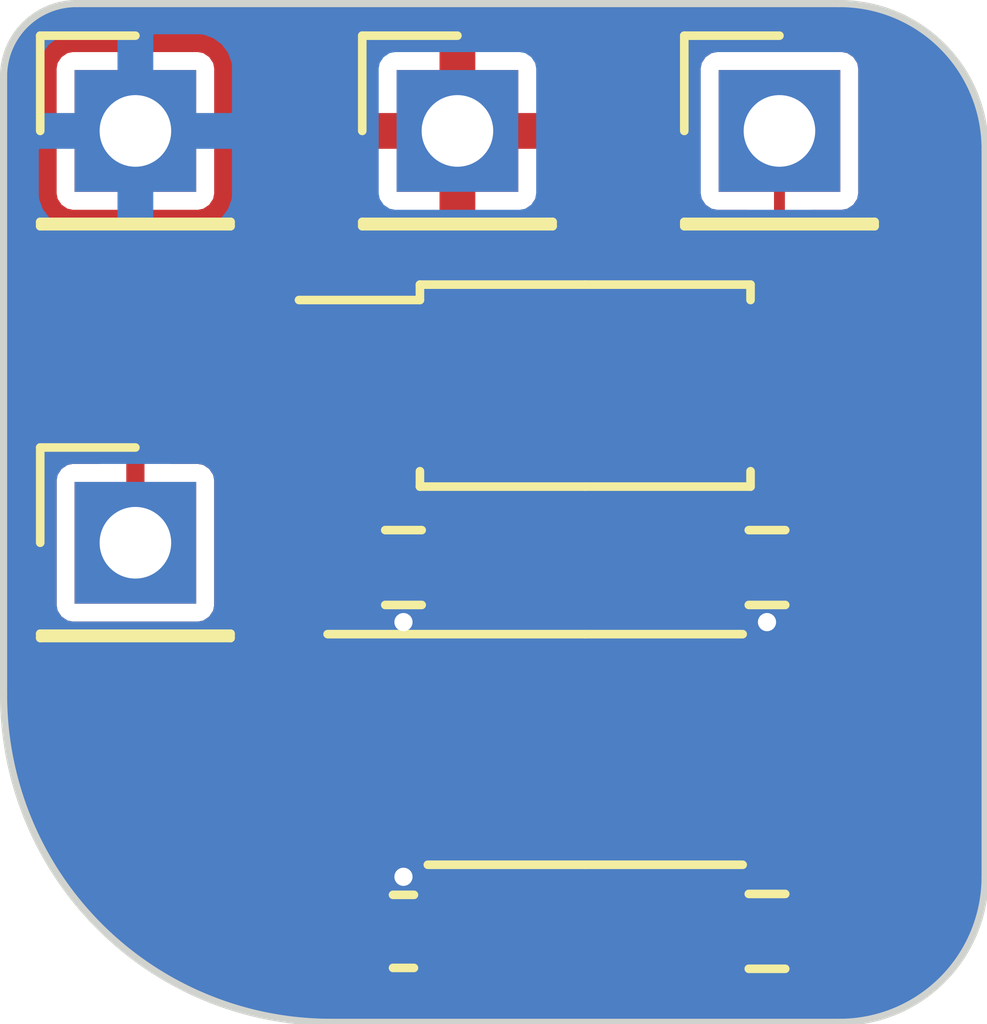
<source format=kicad_pcb>
(kicad_pcb (version 20221018) (generator pcbnew)
  (layers (0 "F.Cu" signal) (31 "B.Cu" signal) (34 "B.Paste" user) (35 "F.Paste" user) (36 "B.SilkS" user "B.Silkscreen") (37 "F.SilkS" user "F.Silkscreen") (38 "B.Mask" user) (39 "F.Mask" user) (44 "Edge.Cuts" user))
  (net 0 "")
  (net 1 "Net-(U1-THR)")
  (net 2 "GND")
  (net 3 "Net-(U1-DIS)")
  (net 5 "Net-(R3-Pad2)")
  (net 6 "Net-(U1-Q)")
  (net 7 "PWR")
  (net 8 "BUTTON")
  (net 9 "COMMON")
  (footprint "Connector_PinHeader_2.54mm:PinHeader_1x01_P2.54mm_Vertical" (layer "F.Cu") (at 100 100)
    (fp_text reference "J2" hide)
    (fp_text value "Conn_01x01_Socket" hide)
    (fp_line (start -1.33 -1.33) (end 0 -1.33) (stroke (width 0.12)) (layer "F.SilkS"))
    (fp_line (start -1.33 0) (end -1.33 -1.33) (stroke (width 0.12)) (layer "F.SilkS"))
    (fp_line (start -1.33 1.27) (end -1.33 1.33) (stroke (width 0.12)) (layer "F.SilkS"))
    (fp_line (start -1.33 1.27) (end 1.33 1.27) (stroke (width 0.12)) (layer "F.SilkS"))
    (fp_line (start -1.33 1.33) (end 1.33 1.33) (stroke (width 0.12)) (layer "F.SilkS"))
    (fp_line (start 1.33 1.27) (end 1.33 1.33) (stroke (width 0.12)) (layer "F.SilkS"))
    (pad "1" thru_hole rect (at 0 0) (size 1.7 1.7) (drill 1) (layers "*.Cu" "*.Mask") (net 7 "PWR"))
  )
  (footprint "Package_SO:SOP-4_4.4x2.6mm_P1.27mm" (layer "F.Cu") (at 106.286 103.556)
    (fp_text reference "U2" hide)
    (fp_text value "FODM217C" hide)
    (fp_line (start -2.31 -1.41) (end -2.31 -1.195) (stroke (width 0.12)) (layer "F.SilkS"))
    (fp_line (start -2.31 -1.195) (end -4 -1.195) (stroke (width 0.12)) (layer "F.SilkS"))
    (fp_line (start -2.31 1.41) (end -2.31 1.195) (stroke (width 0.12)) (layer "F.SilkS"))
    (fp_line (start 0 -1.41) (end -2.31 -1.41) (stroke (width 0.12)) (layer "F.SilkS"))
    (fp_line (start 0 -1.41) (end 2.31 -1.41) (stroke (width 0.12)) (layer "F.SilkS"))
    (fp_line (start 0 1.41) (end -2.31 1.41) (stroke (width 0.12)) (layer "F.SilkS"))
    (fp_line (start 0 1.41) (end 2.31 1.41) (stroke (width 0.12)) (layer "F.SilkS"))
    (fp_line (start 2.31 -1.41) (end 2.31 -1.195) (stroke (width 0.12)) (layer "F.SilkS"))
    (fp_line (start 2.31 1.41) (end 2.31 1.195) (stroke (width 0.12)) (layer "F.SilkS"))
    (pad "1" smd roundrect (at -3.1875 -0.635) (size 1.625 0.6) (layers "F.Cu" "F.Paste" "F.Mask") (net 5 "Net-(R3-Pad2)"))
    (pad "2" smd roundrect (at -3.1875 0.635) (size 1.625 0.6) (layers "F.Cu" "F.Paste" "F.Mask") (net 6 "Net-(U1-Q)"))
    (pad "3" smd roundrect (at 3.1875 0.635) (size 1.625 0.6) (layers "F.Cu" "F.Paste" "F.Mask") (net 9 "COMMON"))
    (pad "4" smd roundrect (at 3.1875 -0.635) (size 1.625 0.6) (layers "F.Cu" "F.Paste" "F.Mask") (net 8 "BUTTON"))
  )
  (footprint "Connector_PinHeader_2.54mm:PinHeader_1x01_P2.54mm_Vertical" (layer "F.Cu") (at 109 100)
    (fp_text reference "J4" hide)
    (fp_text value "Conn_01x01_Socket" hide)
    (fp_line (start -1.33 -1.33) (end 0 -1.33) (stroke (width 0.12)) (layer "F.SilkS"))
    (fp_line (start -1.33 0) (end -1.33 -1.33) (stroke (width 0.12)) (layer "F.SilkS"))
    (fp_line (start -1.33 1.27) (end -1.33 1.33) (stroke (width 0.12)) (layer "F.SilkS"))
    (fp_line (start -1.33 1.27) (end 1.33 1.27) (stroke (width 0.12)) (layer "F.SilkS"))
    (fp_line (start -1.33 1.33) (end 1.33 1.33) (stroke (width 0.12)) (layer "F.SilkS"))
    (fp_line (start 1.33 1.27) (end 1.33 1.33) (stroke (width 0.12)) (layer "F.SilkS"))
    (pad "1" thru_hole rect (at 0 0) (size 1.7 1.7) (drill 1) (layers "*.Cu" "*.Mask") (net 8 "BUTTON"))
  )
  (footprint "Resistor_SMD:R_0603_1608Metric_Pad0.98x0.95mm_HandSolder" (layer "F.Cu") (at 108.826 106.096 180)
    (fp_text reference "R1" hide)
    (fp_text value "56k" hide)
    (fp_line (start -0.254724 -0.5225) (end 0.254724 -0.5225) (stroke (width 0.12)) (layer "F.SilkS"))
    (fp_line (start -0.254724 0.5225) (end 0.254724 0.5225) (stroke (width 0.12)) (layer "F.SilkS"))
    (pad "1" smd roundrect (at -0.9125 0 180) (size 0.975 0.95) (layers "F.Cu" "F.Paste" "F.Mask") (net 7 "PWR"))
    (pad "2" smd roundrect (at 0.9125 0 180) (size 0.975 0.95) (layers "F.Cu" "F.Paste" "F.Mask") (net 3 "Net-(U1-DIS)"))
  )
  (footprint "Resistor_SMD:R_0603_1608Metric_Pad0.98x0.95mm_HandSolder" (layer "F.Cu") (at 108.826 111.176 180)
    (fp_text reference "R2" hide)
    (fp_text value "5.6k" hide)
    (fp_line (start -0.254724 -0.5225) (end 0.254724 -0.5225) (stroke (width 0.12)) (layer "F.SilkS"))
    (fp_line (start -0.254724 0.5225) (end 0.254724 0.5225) (stroke (width 0.12)) (layer "F.SilkS"))
    (pad "1" smd roundrect (at -0.9125 0 180) (size 0.975 0.95) (layers "F.Cu" "F.Paste" "F.Mask") (net 3 "Net-(U1-DIS)"))
    (pad "2" smd roundrect (at 0.9125 0 180) (size 0.975 0.95) (layers "F.Cu" "F.Paste" "F.Mask") (net 1 "Net-(U1-THR)"))
  )
  (footprint "Capacitor_SMD:C_0603_1608Metric_Pad1.08x0.95mm_HandSolder" (layer "F.Cu") (at 103.746 111.176 180)
    (fp_text reference "C1" hide)
    (fp_text value "10uF" hide)
    (fp_line (start -0.146267 -0.51) (end 0.146267 -0.51) (stroke (width 0.12)) (layer "F.SilkS"))
    (fp_line (start -0.146267 0.51) (end 0.146267 0.51) (stroke (width 0.12)) (layer "F.SilkS"))
    (pad "1" smd roundrect (at -0.8625 0 180) (size 1.075 0.95) (layers "F.Cu" "F.Paste" "F.Mask") (net 1 "Net-(U1-THR)"))
    (pad "2" smd roundrect (at 0.8625 0 180) (size 1.075 0.95) (layers "F.Cu" "F.Paste" "F.Mask") (net 2 "GND"))
  )
  (footprint "Package_SO:TSSOP-8_4.4x3mm_P0.65mm" (layer "F.Cu") (at 106.286 108.636)
    (fp_text reference "U1" hide)
    (fp_text value "NE555PWRG4" hide)
    (fp_line (start 0 -1.61) (end -3.6 -1.61) (stroke (width 0.12)) (layer "F.SilkS"))
    (fp_line (start 0 -1.61) (end 2.2 -1.61) (stroke (width 0.12)) (layer "F.SilkS"))
    (fp_line (start 0 1.61) (end -2.2 1.61) (stroke (width 0.12)) (layer "F.SilkS"))
    (fp_line (start 0 1.61) (end 2.2 1.61) (stroke (width 0.12)) (layer "F.SilkS"))
    (pad "1" smd roundrect (at -2.8625 -0.975) (size 1.475 0.4) (layers "F.Cu" "F.Paste" "F.Mask") (net 2 "GND"))
    (pad "2" smd roundrect (at -2.8625 -0.325) (size 1.475 0.4) (layers "F.Cu" "F.Paste" "F.Mask") (net 1 "Net-(U1-THR)"))
    (pad "3" smd roundrect (at -2.8625 0.325) (size 1.475 0.4) (layers "F.Cu" "F.Paste" "F.Mask") (net 6 "Net-(U1-Q)"))
    (pad "4" smd roundrect (at -2.8625 0.975) (size 1.475 0.4) (layers "F.Cu" "F.Paste" "F.Mask") (net 7 "PWR"))
    (pad "5" smd roundrect (at 2.8625 0.975) (size 1.475 0.4) (layers "F.Cu" "F.Paste" "F.Mask"))
    (pad "6" smd roundrect (at 2.8625 0.325) (size 1.475 0.4) (layers "F.Cu" "F.Paste" "F.Mask") (net 1 "Net-(U1-THR)"))
    (pad "7" smd roundrect (at 2.8625 -0.325) (size 1.475 0.4) (layers "F.Cu" "F.Paste" "F.Mask") (net 3 "Net-(U1-DIS)"))
    (pad "8" smd roundrect (at 2.8625 -0.975) (size 1.475 0.4) (layers "F.Cu" "F.Paste" "F.Mask") (net 7 "PWR"))
  )
  (footprint "Connector_PinHeader_2.54mm:PinHeader_1x01_P2.54mm_Vertical" (layer "F.Cu") (at 104.5 100)
    (fp_text reference "J3" hide)
    (fp_text value "Conn_01x01_Socket" hide)
    (fp_line (start -1.33 -1.33) (end 0 -1.33) (stroke (width 0.12)) (layer "F.SilkS"))
    (fp_line (start -1.33 0) (end -1.33 -1.33) (stroke (width 0.12)) (layer "F.SilkS"))
    (fp_line (start -1.33 1.27) (end -1.33 1.33) (stroke (width 0.12)) (layer "F.SilkS"))
    (fp_line (start -1.33 1.27) (end 1.33 1.27) (stroke (width 0.12)) (layer "F.SilkS"))
    (fp_line (start -1.33 1.33) (end 1.33 1.33) (stroke (width 0.12)) (layer "F.SilkS"))
    (fp_line (start 1.33 1.27) (end 1.33 1.33) (stroke (width 0.12)) (layer "F.SilkS"))
    (pad "1" thru_hole rect (at 0 0) (size 1.7 1.7) (drill 1) (layers "*.Cu" "*.Mask") (net 2 "GND"))
  )
  (footprint "Connector_PinHeader_2.54mm:PinHeader_1x01_P2.54mm_Vertical" (layer "F.Cu") (at 100 105.75)
    (fp_text reference "J5" hide)
    (fp_text value "Conn_01x01_Socket" hide)
    (fp_line (start -1.33 -1.33) (end 0 -1.33) (stroke (width 0.12)) (layer "F.SilkS"))
    (fp_line (start -1.33 0) (end -1.33 -1.33) (stroke (width 0.12)) (layer "F.SilkS"))
    (fp_line (start -1.33 1.27) (end -1.33 1.33) (stroke (width 0.12)) (layer "F.SilkS"))
    (fp_line (start -1.33 1.27) (end 1.33 1.27) (stroke (width 0.12)) (layer "F.SilkS"))
    (fp_line (start -1.33 1.33) (end 1.33 1.33) (stroke (width 0.12)) (layer "F.SilkS"))
    (fp_line (start 1.33 1.27) (end 1.33 1.33) (stroke (width 0.12)) (layer "F.SilkS"))
    (pad "1" thru_hole rect (at 0 0) (size 1.7 1.7) (drill 1) (layers "*.Cu" "*.Mask") (net 9 "COMMON"))
  )
  (footprint "Resistor_SMD:R_0603_1608Metric_Pad0.98x0.95mm_HandSolder" (layer "F.Cu") (at 103.746 106.096)
    (fp_text reference "R3" hide)
    (fp_text value "1k" hide)
    (fp_line (start -0.254724 -0.5225) (end 0.254724 -0.5225) (stroke (width 0.12)) (layer "F.SilkS"))
    (fp_line (start -0.254724 0.5225) (end 0.254724 0.5225) (stroke (width 0.12)) (layer "F.SilkS"))
    (pad "1" smd roundrect (at -0.9125 0) (size 0.975 0.95) (layers "F.Cu" "F.Paste" "F.Mask") (net 7 "PWR"))
    (pad "2" smd roundrect (at 0.9125 0) (size 0.975 0.95) (layers "F.Cu" "F.Paste" "F.Mask") (net 5 "Net-(R3-Pad2)"))
  )
  (gr_line (start 109.842 112.446) (end 102.73 112.446) (stroke (width 0.1)) (layer "Edge.Cuts"))
  (gr_arc (start 109.842 98.222) (mid 111.278841 98.817159) (end 111.874 100.254) (stroke (width 0.1)) (layer "Edge.Cuts"))
  (gr_arc (start 102.73 112.446) (mid 99.497108 111.106892) (end 98.158 107.874) (stroke (width 0.1)) (layer "Edge.Cuts"))
  (gr_arc (start 98.158 99.238) (mid 98.45558 98.51958) (end 99.174 98.222) (stroke (width 0.1)) (layer "Edge.Cuts"))
  (gr_arc (start 111.874 110.414) (mid 111.278841 111.850841) (end 109.842 112.446) (stroke (width 0.1)) (layer "Edge.Cuts"))
  (gr_line (start 98.158 107.874) (end 98.158 99.238) (stroke (width 0.1)) (layer "Edge.Cuts"))
  (gr_line (start 99.174 98.222) (end 109.842 98.222) (stroke (width 0.1)) (layer "Edge.Cuts"))
  (gr_line (start 111.874 100.254) (end 111.874 110.414) (stroke (width 0.1)) (layer "Edge.Cuts"))
  (segment (start 105.961 108.311) (end 103.4235 108.311) (width 0.254) (layer "F.Cu") (net 1))
  (segment (start 106.611 111.176) (end 106.54 111.176) (width 0.254) (layer "F.Cu") (net 1))
  (segment (start 106.611 108.961) (end 105.961 108.311) (width 0.254) (layer "F.Cu") (net 1))
  (segment (start 109.1485 108.961) (end 106.611 108.961) (width 0.254) (layer "F.Cu") (net 1))
  (segment (start 106.611 108.961) (end 106.611 111.176) (width 0.254) (layer "F.Cu") (net 1))
  (segment (start 106.54 111.176) (end 107.9135 111.176) (width 0.254) (layer "F.Cu") (net 1))
  (segment (start 104.6085 111.176) (end 106.54 111.176) (width 0.254) (layer "F.Cu") (net 1))
  (segment (start 110.096 111.176) (end 109.7385 111.176) (width 0.254) (layer "F.Cu") (net 3))
  (segment (start 110.604 108.636) (end 110.604 110.668) (width 0.254) (layer "F.Cu") (net 3))
  (segment (start 107.9135 106.096) (end 107.9135 107.9775) (width 0.254) (layer "F.Cu") (net 3))
  (segment (start 110.604 110.668) (end 110.096 111.176) (width 0.254) (layer "F.Cu") (net 3))
  (segment (start 109.1485 108.311) (end 110.279 108.311) (width 0.254) (layer "F.Cu") (net 3))
  (segment (start 108.247 108.311) (end 109.1485 108.311) (width 0.254) (layer "F.Cu") (net 3))
  (segment (start 110.279 108.311) (end 110.604 108.636) (width 0.254) (layer "F.Cu") (net 3))
  (segment (start 107.9135 107.9775) (end 108.247 108.311) (width 0.254) (layer "F.Cu") (net 3))
  (segment (start 104.6585 103.4525) (end 104.6585 106.096) (width 0.254) (layer "F.Cu") (net 5))
  (segment (start 104.127 102.921) (end 104.6585 103.4525) (width 0.254) (layer "F.Cu") (net 5))
  (segment (start 103.0985 102.921) (end 104.127 102.921) (width 0.254) (layer "F.Cu") (net 5))
  (segment (start 101.968 108.636) (end 102.293 108.961) (width 0.254) (layer "F.Cu") (net 6))
  (segment (start 102.349 104.191) (end 101.968 104.572) (width 0.254) (layer "F.Cu") (net 6))
  (segment (start 101.968 104.572) (end 101.968 108.636) (width 0.254) (layer "F.Cu") (net 6))
  (segment (start 102.293 108.961) (end 103.4235 108.961) (width 0.254) (layer "F.Cu") (net 6))
  (segment (start 103.0985 104.191) (end 102.349 104.191) (width 0.254) (layer "F.Cu") (net 6))
  (segment (start 103.746 109.611) (end 103.4235 109.611) (width 0.4064) (layer "F.Cu") (net 7))
  (segment (start 103.746 106.096) (end 103.746 106.858) (width 0.4064) (layer "F.Cu") (net 7))
  (segment (start 109.7385 106.096) (end 108.826 106.096) (width 0.4064) (layer "F.Cu") (net 7))
  (segment (start 108.826 106.096) (end 108.826 106.858) (width 0.4064) (layer "F.Cu") (net 7))
  (segment (start 108.826 107.661) (end 108.826 106.858) (width 0.4064) (layer "F.Cu") (net 7))
  (segment (start 102.8335 106.096) (end 103.746 106.096) (width 0.4064) (layer "F.Cu") (net 7))
  (segment (start 109.1485 107.661) (end 108.826 107.661) (width 0.4064) (layer "F.Cu") (net 7))
  (segment (start 103.746 110.414) (end 103.746 109.611) (width 0.4064) (layer "F.Cu") (net 7))
  (via (at 108.826 106.858) (size 0.508) (drill 0.254) (layers "F.Cu" "B.Cu") (net 7))
  (via (at 103.746 106.858) (size 0.508) (drill 0.254) (layers "F.Cu" "B.Cu") (net 7))
  (via (at 103.746 110.414) (size 0.508) (drill 0.254) (layers "F.Cu" "B.Cu") (net 7))
  (segment (start 109 100) (end 109 102.921) (width 0.1524) (layer "F.Cu") (net 8))
  (segment (start 109 102.921) (end 109.4735 102.921) (width 0.1524) (layer "F.Cu") (net 8))
  (segment (start 100 102.476) (end 100 105.75) (width 0.254) (layer "F.Cu") (net 9))
  (segment (start 106.286 102.032) (end 108.445 104.191) (width 0.254) (layer "F.Cu") (net 9))
  (segment (start 108.445 104.191) (end 109.4735 104.191) (width 0.254) (layer "F.Cu") (net 9))
  (segment (start 100.444 102.032) (end 106.286 102.032) (width 0.254) (layer "F.Cu") (net 9))
  (segment (start 100 102.476) (end 100.444 102.032) (width 0.254) (layer "F.Cu") (net 9))
  (zone (net 2) (net_name "GND") (layer "F.Cu") (connect_pads (clearance 0.25)) (min_thickness 0.25) (fill yes (thermal_gap 0.5) (thermal_bridge_width 0.5))
    (polygon (pts (xy 98.158 98.222) (xy 111.874 98.222) (xy 111.874 112.446) (xy 98.158 112.446)))
  )
  (zone (net 7) (net_name "PWR") (layer "B.Cu") (priority 1) (connect_pads (clearance 0.25)) (min_thickness 0.25) (fill yes (thermal_gap 0.5) (thermal_bridge_width 0.5))
    (polygon (pts (xy 98.158 98.222) (xy 111.874 98.222) (xy 111.874 112.446) (xy 98.158 112.446)))
  )
)
</source>
